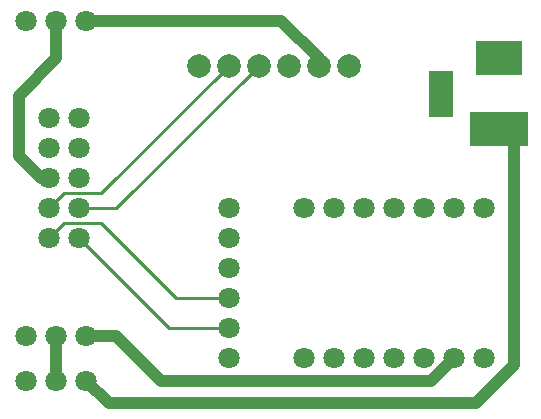
<source format=gbr>
%TF.GenerationSoftware,KiCad,Pcbnew,(5.1.9)-1*%
%TF.CreationDate,2021-03-12T12:12:47-05:00*%
%TF.ProjectId,ProgramBoard,50726f67-7261-46d4-926f-6172642e6b69,rev?*%
%TF.SameCoordinates,PX54c81a0PY791ddc0*%
%TF.FileFunction,Copper,L1,Top*%
%TF.FilePolarity,Positive*%
%FSLAX46Y46*%
G04 Gerber Fmt 4.6, Leading zero omitted, Abs format (unit mm)*
G04 Created by KiCad (PCBNEW (5.1.9)-1) date 2021-03-12 12:12:47*
%MOMM*%
%LPD*%
G01*
G04 APERTURE LIST*
%TA.AperFunction,ComponentPad*%
%ADD10R,2.000000X4.000000*%
%TD*%
%TA.AperFunction,ComponentPad*%
%ADD11R,4.000000X3.000000*%
%TD*%
%TA.AperFunction,ComponentPad*%
%ADD12R,5.000000X3.000000*%
%TD*%
%TA.AperFunction,ComponentPad*%
%ADD13C,1.800000*%
%TD*%
%TA.AperFunction,ComponentPad*%
%ADD14C,2.000000*%
%TD*%
%TA.AperFunction,Conductor*%
%ADD15C,1.016000*%
%TD*%
%TA.AperFunction,Conductor*%
%ADD16C,0.254000*%
%TD*%
G04 APERTURE END LIST*
D10*
%TO.P,J1,3*%
%TO.N,N/C*%
X42090000Y27430000D03*
D11*
%TO.P,J1,2*%
%TO.N,GND*%
X46990000Y30480000D03*
D12*
%TO.P,J1,1*%
%TO.N,Net-(J1-Pad1)*%
X46990000Y24480000D03*
%TD*%
D13*
%TO.P,P1,4*%
%TO.N,Net-(P1-Pad3)*%
X11430000Y22860000D03*
%TO.P,P1,1*%
%TO.N,GND*%
X8890000Y25400000D03*
%TO.P,P1,2*%
X11430000Y25400000D03*
%TO.P,P1,3*%
%TO.N,Net-(P1-Pad3)*%
X8890000Y22860000D03*
%TO.P,P1,7*%
%TO.N,Net-(P1-Pad7)*%
X8890000Y17780000D03*
%TO.P,P1,6*%
%TO.N,Net-(P1-Pad6)*%
X11430000Y20320000D03*
%TO.P,P1,5*%
%TO.N,Net-(P1-Pad5)*%
X8890000Y20320000D03*
%TO.P,P1,8*%
%TO.N,Net-(P1-Pad8)*%
X11430000Y17780000D03*
%TO.P,P1,10*%
%TO.N,Net-(P1-Pad10)*%
X11430000Y15240000D03*
%TO.P,P1,9*%
%TO.N,Net-(P1-Pad9)*%
X8890000Y15240000D03*
%TD*%
D14*
%TO.P,P2,2*%
%TO.N,Net-(P2-Pad2)*%
X31750000Y29845000D03*
%TO.P,P2,1*%
%TO.N,Net-(P1-Pad6)*%
X34290000Y29845000D03*
%TO.P,P2,3*%
%TO.N,GND*%
X29210000Y29845000D03*
%TO.P,P2,4*%
%TO.N,Net-(P1-Pad8)*%
X26670000Y29845000D03*
%TO.P,P2,5*%
%TO.N,Net-(P1-Pad7)*%
X24130000Y29845000D03*
%TO.P,P2,6*%
%TO.N,N/C*%
X21590000Y29845000D03*
%TD*%
D13*
%TO.P,U1,1*%
%TO.N,N/C*%
X45720000Y17780000D03*
%TO.P,U1,2*%
X43180000Y17780000D03*
%TO.P,U1,3*%
X40640000Y17780000D03*
%TO.P,U1,4*%
X38100000Y17780000D03*
%TO.P,U1,5*%
X35560000Y17780000D03*
%TO.P,U1,6*%
X33020000Y17780000D03*
%TO.P,U1,7*%
X30480000Y17780000D03*
%TO.P,U1,8*%
%TO.N,GND*%
X24130000Y17780000D03*
%TO.P,U1,9*%
%TO.N,N/C*%
X24130000Y15240000D03*
%TO.P,U1,10*%
X24130000Y12700000D03*
%TO.P,U1,11*%
%TO.N,Net-(P1-Pad9)*%
X24130000Y10160000D03*
%TO.P,U1,12*%
%TO.N,Net-(P1-Pad10)*%
X24130000Y7620000D03*
%TO.P,U1,13*%
%TO.N,N/C*%
X24130000Y5080000D03*
%TO.P,U1,14*%
X30480000Y5080000D03*
%TO.P,U1,15*%
X33020000Y5080000D03*
%TO.P,U1,16*%
X35560000Y5080000D03*
%TO.P,U1,17*%
X38100000Y5080000D03*
%TO.P,U1,18*%
X40640000Y5080000D03*
%TO.P,U1,19*%
%TO.N,+5V*%
X43180000Y5080000D03*
%TO.P,U1,20*%
%TO.N,GND*%
X45720000Y5080000D03*
%TD*%
%TO.P,P3,3*%
%TO.N,Net-(P2-Pad2)*%
X12065000Y33655000D03*
%TO.P,P3,1*%
%TO.N,N/C*%
X6985000Y33655000D03*
%TO.P,P3,2*%
%TO.N,Net-(P1-Pad5)*%
X9525000Y33655000D03*
%TD*%
%TO.P,P4,2*%
%TO.N,Net-(P1-Pad3)*%
X9525000Y6985000D03*
%TO.P,P4,1*%
%TO.N,N/C*%
X6985000Y6985000D03*
%TO.P,P4,3*%
%TO.N,+5V*%
X12065000Y6985000D03*
%TD*%
%TO.P,P5,2*%
%TO.N,Net-(P1-Pad3)*%
X9525000Y3175000D03*
%TO.P,P5,1*%
%TO.N,N/C*%
X6985000Y3175000D03*
%TO.P,P5,3*%
%TO.N,Net-(J1-Pad1)*%
X12065000Y3175000D03*
%TD*%
D15*
%TO.N,Net-(P1-Pad3)*%
X9525000Y3175000D02*
X9525000Y6985000D01*
D16*
%TO.N,Net-(P1-Pad7)*%
X13335000Y19050000D02*
X24130000Y29845000D01*
X10160000Y19050000D02*
X13335000Y19050000D01*
X8890000Y17780000D02*
X10160000Y19050000D01*
D15*
%TO.N,Net-(P1-Pad5)*%
X8255000Y20320000D02*
X8890000Y20320000D01*
X6350000Y27305000D02*
X6350000Y22225000D01*
X6350000Y22225000D02*
X8255000Y20320000D01*
X9525000Y30480000D02*
X6350000Y27305000D01*
X9525000Y33655000D02*
X9525000Y30480000D01*
D16*
%TO.N,Net-(P1-Pad8)*%
X14605000Y17780000D02*
X26670000Y29845000D01*
X11430000Y17780000D02*
X14605000Y17780000D01*
%TO.N,Net-(P1-Pad10)*%
X19050000Y7620000D02*
X24130000Y7620000D01*
X11430000Y15240000D02*
X19050000Y7620000D01*
%TO.N,Net-(P1-Pad9)*%
X24130000Y10160000D02*
X19685000Y10160000D01*
X19685000Y10160000D02*
X13335000Y16510000D01*
X13335000Y16510000D02*
X10160000Y16510000D01*
X10160000Y16510000D02*
X8890000Y15240000D01*
D15*
%TO.N,Net-(P2-Pad2)*%
X28575000Y33655000D02*
X12065000Y33655000D01*
X31750000Y30480000D02*
X28575000Y33655000D01*
X31750000Y29845000D02*
X31750000Y30480000D01*
%TO.N,+5V*%
X14605000Y6985000D02*
X12065000Y6985000D01*
X18415000Y3175000D02*
X14605000Y6985000D01*
X43180000Y5080000D02*
X41275000Y3175000D01*
X41275000Y3175000D02*
X18415000Y3175000D01*
%TO.N,Net-(J1-Pad1)*%
X13970000Y1270000D02*
X12065000Y3175000D01*
X45020000Y1270000D02*
X13970000Y1270000D01*
X48260000Y4510000D02*
X45020000Y1270000D01*
X48260000Y23210000D02*
X48260000Y4510000D01*
X46990000Y24480000D02*
X48260000Y23210000D01*
%TD*%
M02*

</source>
